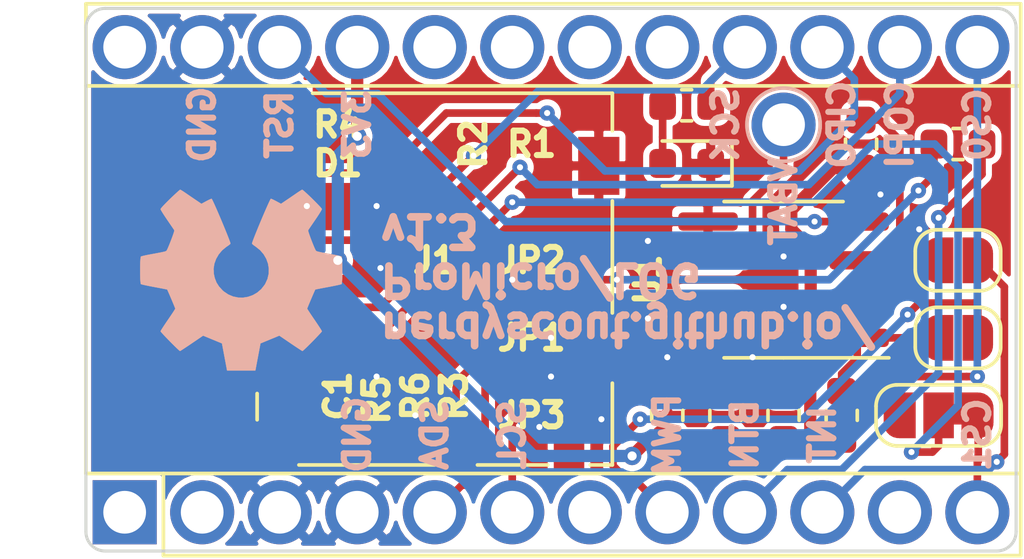
<source format=kicad_pcb>
(kicad_pcb (version 20240108) (generator "pcbnew") (generator_version "8.0")
  (title_block (title "LOG") (date "2020-11-21") (rev "v1.3") (company "nerdyscout"))
  (layers (0 "F.Cu" mixed) (31 "B.Cu" mixed) (34 "B.Paste" user) (35 "F.Paste" user) (36 "B.SilkS" user "B.Silkscreen") (37 "F.SilkS" user "F.Silkscreen") (38 "B.Mask" user) (39 "F.Mask" user) (44 "Edge.Cuts" user))
  (net 0 "")
  (net 1 "GND")
  (net 2 "+3V3")
  (net 3 "Net-(TP1-Pad1)")
  (net 4 "Net-(JP1-Pad1)")
  (net 5 "Net-(JP2-Pad1)")
  (net 6 "Net-(J1-Pad9)")
  (net 7 "Net-(D1-Pad2)")
  (net 8 "CS0")
  (net 9 "COPI")
  (net 10 "SDA")
  (net 11 "CIPO")
  (net 12 "SCL")
  (net 13 "SCK")
  (net 14 "PWM")
  (net 15 "BTN")
  (net 16 "INT")
  (net 17 "CS1")
  (net 18 "~{RST}")
  (net 19 "CS")
  (net 20 "Net-(A1-Pad1)")
  (net 21 "Net-(A1-Pad2)")
  (net 22 "Net-(A1-Pad7)")
  (net 23 "Net-(A1-Pad17)")
  (net 24 "Net-(A1-Pad18)")
  (net 25 "Net-(A1-Pad19)")
  (net 26 "Net-(A1-Pad20)")
  (net 27 "Net-(A1-Pad11)")
  (net 28 "Net-(A1-Pad24)")
  (net 29 "Net-(J1-Pad8)")
  (net 30 "Net-(J1-Pad1)")
  (footprint "Resistor_SMD:R_0603_1608Metric" (layer "F.Cu") (at 127.635 93.345 180)
    (property "Reference" "R4" (at 11.43 -0.635 180) (layer "F.SilkS") (effects (font (size 0.8 0.8) (thickness 0.2))))
    (property "Value" "1k" (hide yes))
    (fp_line (start -0.162779 0.51) (end 0.162779 0.51) (stroke (width 0.12)) (layer "F.SilkS"))
    (fp_line (start -0.162779 -0.51) (end 0.162779 -0.51) (stroke (width 0.12)) (layer "F.SilkS"))
    (pad "1" smd roundrect (at -0.7875 0 180) (size 0.875 0.95) (layers "F.Cu" "F.Paste" "F.Mask") (net 13 "SCK"))
    (pad "2" smd roundrect (at 0.7875 0 180) (size 0.875 0.95) (layers "F.Cu" "F.Paste" "F.Mask") (net 7 "Net-(D1-Pad2)"))
  )
  (footprint "LED_SMD:LED_0603_1608Metric" (layer "F.Cu") (at 127.635 95.25 180)
    (property "Reference" "D1" (at 11.43 0 180) (layer "F.SilkS") (effects (font (size 0.8 0.8) (thickness 0.2))))
    (property "Value" "LED" (hide yes))
    (fp_line (start 0.8 -0.735) (end -1.485 -0.735) (stroke (width 0.12)) (layer "F.SilkS"))
    (fp_line (start -1.485 0.735) (end 0.8 0.735) (stroke (width 0.12)) (layer "F.SilkS"))
    (fp_line (start -1.485 -0.735) (end -1.485 0.735) (stroke (width 0.12)) (layer "F.SilkS"))
    (pad "1" smd roundrect (at -0.7875 0 180) (size 0.875 0.95) (layers "F.Cu" "F.Paste" "F.Mask") (net 1 "GND"))
    (pad "2" smd roundrect (at 0.7875 0 180) (size 0.875 0.95) (layers "F.Cu" "F.Paste" "F.Mask") (net 7 "Net-(D1-Pad2)"))
  )
  (footprint "Connector_Card:microSD_HC_Molex_104031-0811" (layer "F.Cu") (at 119.38 99.06 90)
    (property "Reference" "J1" (at 0.635 0 0) (layer "F.SilkS") (effects (font (size 0.8 0.8) (thickness 0.2))))
    (property "Value" "Micro_SD_Card_Det" (hide yes))
    (fp_line (start -4.59 -5.82) (end -3.73 -5.82) (stroke (width 0.12)) (layer "F.SilkS"))
    (fp_line (start -6.07 -4.45) (end -6.07 0) (stroke (width 0.12)) (layer "F.SilkS"))
    (fp_line (start -6.07 1.4) (end -6.07 3.7) (stroke (width 0.12)) (layer "F.SilkS"))
    (fp_line (start -6.07 5.1) (end -6.07 5.82) (stroke (width 0.12)) (layer "F.SilkS"))
    (fp_line (start 6.11 5.82) (end 6.11 -4) (stroke (width 0.12)) (layer "F.SilkS"))
    (fp_line (start 4.88 5.82) (end 6.11 5.82) (stroke (width 0.12)) (layer "F.SilkS"))
    (fp_line (start -1.09 5.82) (end 2.58 5.82) (stroke (width 0.12)) (layer "F.SilkS"))
    (fp_line (start -6.07 5.82) (end -3.39 5.82) (stroke (width 0.12)) (layer "F.SilkS"))
    (pad "1" smd rect (at -3.105 -5.45 90) (size 0.85 1.1) (layers "F.Cu" "F.Paste" "F.Mask") (net 30 "Net-(J1-Pad1)"))
    (pad "2" smd rect (at -2.005 -5.45 90) (size 0.85 1.1) (layers "F.Cu" "F.Paste" "F.Mask") (net 19 "CS"))
    (pad "3" smd rect (at -0.905 -5.45 90) (size 0.85 1.1) (layers "F.Cu" "F.Paste" "F.Mask") (net 9 "COPI"))
    (pad "4" smd rect (at 0.195 -5.45 90) (size 0.85 1.1) (layers "F.Cu" "F.Paste" "F.Mask") (net 2 "+3V3"))
    (pad "5" smd rect (at 1.295 -5.45 90) (size 0.85 1.1) (layers "F.Cu" "F.Paste" "F.Mask") (net 13 "SCK"))
    (pad "6" smd rect (at 2.395 -5.45 90) (size 0.85 1.1) (layers "F.Cu" "F.Paste" "F.Mask") (net 1 "GND"))
    (pad "7" smd rect (at 3.495 -5.45 90) (size 0.85 1.1) (layers "F.Cu" "F.Paste" "F.Mask") (net 11 "CIPO"))
    (pad "8" smd rect (at 4.545 -5.45 90) (size 0.75 1.1) (layers "F.Cu" "F.Paste" "F.Mask") (net 29 "Net-(J1-Pad8)"))
    (pad "9" smd rect (at -5.74 0.7 90) (size 1.2 1) (layers "F.Cu" "F.Paste" "F.Mask") (net 6 "Net-(J1-Pad9)"))
    (pad "10" smd rect (at -5.74 4.4 90) (size 1.2 1) (layers "F.Cu" "F.Paste" "F.Mask") (net 1 "GND"))
    (pad "11" smd rect (at -5.565 -5.325 90) (size 1.55 1.35) (layers "F.Cu" "F.Paste" "F.Mask") (net 1 "GND"))
    (pad "11" smd rect (at -2.24 5.375 90) (size 1.9 1.35) (layers "F.Cu" "F.Paste" "F.Mask") (net 1 "GND"))
    (pad "11" smd rect (at 3.73 5.375 90) (size 1.9 1.35) (layers "F.Cu" "F.Paste" "F.Mask") (net 1 "GND"))
    (pad "11" smd rect (at 5.755 -5.1 90) (size 1.17 1.8) (layers "F.Cu" "F.Paste" "F.Mask") (net 1 "GND"))
  )
  (footprint "Package_SO:SOIC-8_3.9x4.9mm_P1.27mm" (layer "F.Cu") (at 130.81 99.06 180)
    (property "Reference" "U1" (at 4.445 0 -90) (layer "F.SilkS") (effects (font (size 0.8 0.8) (thickness 0.2))))
    (property "Value" "DS3231MZ" (hide yes))
    (fp_line (start 0 2.56) (end 1.95 2.56) (stroke (width 0.12)) (layer "F.SilkS"))
    (fp_line (start 0 2.56) (end -1.95 2.56) (stroke (width 0.12)) (layer "F.SilkS"))
    (fp_line (start 0 -2.56) (end 1.95 -2.56) (stroke (width 0.12)) (layer "F.SilkS"))
    (fp_line (start 0 -2.56) (end -3.45 -2.56) (stroke (width 0.12)) (layer "F.SilkS"))
    (pad "1" smd roundrect (at -2.475 -1.905 180) (size 1.95 0.6) (layers "F.Cu" "F.Paste" "F.Mask") (net 4 "Net-(JP1-Pad1)"))
    (pad "2" smd roundrect (at -2.475 -0.635 180) (size 1.95 0.6) (layers "F.Cu" "F.Paste" "F.Mask") (net 2 "+3V3"))
    (pad "3" smd roundrect (at -2.475 0.635 180) (size 1.95 0.6) (layers "F.Cu" "F.Paste" "F.Mask") (net 5 "Net-(JP2-Pad1)"))
    (pad "4" smd roundrect (at -2.475 1.905 180) (size 1.95 0.6) (layers "F.Cu" "F.Paste" "F.Mask") (net 18 "~{RST}"))
    (pad "5" smd roundrect (at 2.475 1.905 180) (size 1.95 0.6) (layers "F.Cu" "F.Paste" "F.Mask") (net 1 "GND"))
    (pad "6" smd roundrect (at 2.475 0.635 180) (size 1.95 0.6) (layers "F.Cu" "F.Paste" "F.Mask") (net 3 "Net-(TP1-Pad1)"))
    (pad "7" smd roundrect (at 2.475 -0.635 180) (size 1.95 0.6) (layers "F.Cu" "F.Paste" "F.Mask") (net 10 "SDA"))
    (pad "8" smd roundrect (at 2.475 -1.905 180) (size 1.95 0.6) (layers "F.Cu" "F.Paste" "F.Mask") (net 12 "SCL"))
  )
  (footprint "Jumper:SolderJumper-3_P1.3mm_Bridged12_RoundedPad1.0x1.5mm_NumberLabels" (layer "F.Cu") (at 135.89 103.505 180)
    (property "Reference" "JP3" (at 13.335 0 180) (layer "F.SilkS") (effects (font (size 0.8 0.8) (thickness 0.2))))
    (property "Value" "SolderJumper_3_Bridged12" (hide yes))
    (fp_poly (pts (xy -0.9 -0.3) (xy -0.4 -0.3) (xy -0.4 0.3) (xy -0.9 0.3)) (fill solid) (layer "F.Cu"))
    (fp_line (start 2.05 -0.3) (end 2.05 0.3) (stroke (width 0.12)) (layer "F.SilkS"))
    (fp_line (start 1.4 1) (end -1.4 1) (stroke (width 0.12)) (layer "F.SilkS"))
    (fp_line (start -1.4 -1) (end 1.4 -1) (stroke (width 0.12)) (layer "F.SilkS"))
    (fp_line (start -2.05 0.3) (end -2.05 -0.3) (stroke (width 0.12)) (layer "F.SilkS"))
    (fp_arc (start 2.05 0.3) (mid 1.844975 0.794975) (end 1.35 1) (stroke (width 0.12)) (layer "F.SilkS"))
    (fp_arc (start 1.35 -1) (mid 1.844975 -0.794975) (end 2.05 -0.3) (stroke (width 0.12)) (layer "F.SilkS"))
    (fp_arc (start -1.35 1) (mid -1.844975 0.794975) (end -2.05 0.3) (stroke (width 0.12)) (layer "F.SilkS"))
    (fp_arc (start -2.05 -0.3) (mid -1.844975 -0.794975) (end -1.35 -1) (stroke (width 0.12)) (layer "F.SilkS"))
    (pad "1" smd custom (at -1.3 0 180) (size 1 0.5) (layers "F.Cu" "F.Mask") (net 17 "CS1") (options (clearance outline) (anchor rect)) (primitives (gr_poly (pts (xy 0.55 -0.75) (xy 0 -0.75) (xy 0 0.75) (xy 0.55 0.75)) (width 0) (fill yes)) (gr_circle (center 0 0.25) (end 0.5 0.25) (width 0) (fill yes)) (gr_circle (center 0 -0.25) (end 0.5 -0.25) (width 0) (fill yes))))
    (pad "2" smd rect (at 0 0 180) (size 1 1.5) (layers "F.Cu" "F.Mask") (net 19 "CS"))
    (pad "3" smd custom (at 1.3 0 180) (size 1 0.5) (layers "F.Cu" "F.Mask") (net 8 "CS0") (options (clearance outline) (anchor rect)) (primitives (gr_circle (center 0 0.25) (end 0.5 0.25) (width 0) (fill yes)) (gr_circle (center 0 -0.25) (end 0.5 -0.25) (width 0) (fill yes)) (gr_poly (pts (xy -0.55 -0.75) (xy 0 -0.75) (xy 0 0.75) (xy -0.55 0.75)) (width 0) (fill yes))))
  )
  (footprint "Jumper:SolderJumper-2_P1.3mm_Open_RoundedPad1.0x1.5mm" (layer "F.Cu") (at 136.525 98.425)
    (property "Reference" "JP2" (at -13.97 0 180) (layer "F.SilkS") (effects (font (size 0.8 0.8) (thickness 0.2))))
    (property "Value" "Jumper_NO_Small" (hide yes))
    (fp_line (start -1.4 0.3) (end -1.4 -0.3) (stroke (width 0.12)) (layer "F.SilkS"))
    (fp_line (start -0.7 -1) (end 0.7 -1) (stroke (width 0.12)) (layer "F.SilkS"))
    (fp_line (start 0.7 1) (end -0.7 1) (stroke (width 0.12)) (layer "F.SilkS"))
    (fp_line (start 1.4 -0.3) (end 1.4 0.3) (stroke (width 0.12)) (layer "F.SilkS"))
    (fp_arc (start -1.4 -0.3) (mid -1.194975 -0.794975) (end -0.7 -1) (stroke (width 0.12)) (layer "F.SilkS"))
    (fp_arc (start -0.7 1) (mid -1.194975 0.794975) (end -1.4 0.3) (stroke (width 0.12)) (layer "F.SilkS"))
    (fp_arc (start 0.7 -1) (mid 1.194975 -0.794975) (end 1.4 -0.3) (stroke (width 0.12)) (layer "F.SilkS"))
    (fp_arc (start 1.4 0.3) (mid 1.194975 0.794975) (end 0.7 1) (stroke (width 0.12)) (layer "F.SilkS"))
    (pad "1" smd custom (at -0.65 0) (size 1 0.5) (layers "F.Cu" "F.Mask") (net 5 "Net-(JP2-Pad1)") (options (clearance outline) (anchor rect)) (primitives (gr_circle (center 0 0.25) (end 0.5 0.25) (width 0) (fill yes)) (gr_circle (center 0 -0.25) (end 0.5 -0.25) (width 0) (fill yes)) (gr_poly (pts (xy 0 -0.75) (xy 0.5 -0.75) (xy 0.5 0.75) (xy 0 0.75)) (width 0) (fill yes))))
    (pad "2" smd custom (at 0.65 0) (size 1 0.5) (layers "F.Cu" "F.Mask") (net 16 "INT") (options (clearance outline) (anchor rect)) (primitives (gr_circle (center 0 0.25) (end 0.5 0.25) (width 0) (fill yes)) (gr_circle (center 0 -0.25) (end 0.5 -0.25) (width 0) (fill yes)) (gr_poly (pts (xy 0 -0.75) (xy -0.5 -0.75) (xy -0.5 0.75) (xy 0 0.75)) (width 0) (fill yes))))
  )
  (footprint "Jumper:SolderJumper-2_P1.3mm_Open_RoundedPad1.0x1.5mm" (layer "F.Cu") (at 136.525 100.965)
    (property "Reference" "JP1" (at -13.97 0 180) (layer "F.SilkS") (effects (font (size 0.8 0.8) (thickness 0.2))))
    (property "Value" "Jumper_NO_Small" (hide yes))
    (fp_line (start -1.4 0.3) (end -1.4 -0.3) (stroke (width 0.12)) (layer "F.SilkS"))
    (fp_line (start -0.7 -1) (end 0.7 -1) (stroke (width 0.12)) (layer "F.SilkS"))
    (fp_line (start 0.7 1) (end -0.7 1) (stroke (width 0.12)) (layer "F.SilkS"))
    (fp_line (start 1.4 -0.3) (end 1.4 0.3) (stroke (width 0.12)) (layer "F.SilkS"))
    (fp_arc (start -1.4 -0.3) (mid -1.194975 -0.794975) (end -0.7 -1) (stroke (width 0.12)) (layer "F.SilkS"))
    (fp_arc (start -0.7 1) (mid -1.194975 0.794975) (end -1.4 0.3) (stroke (width 0.12)) (layer "F.SilkS"))
    (fp_arc (start 0.7 -1) (mid 1.194975 -0.794975) (end 1.4 -0.3) (stroke (width 0.12)) (layer "F.SilkS"))
    (fp_arc (start 1.4 0.3) (mid 1.194975 0.794975) (end 0.7 1) (stroke (width 0.12)) (layer "F.SilkS"))
    (pad "1" smd custom (at -0.65 0) (size 1 0.5) (layers "F.Cu" "F.Mask") (net 4 "Net-(JP1-Pad1)") (options (clearance outline) (anchor rect)) (primitives (gr_circle (center 0 0.25) (end 0.5 0.25) (width 0) (fill yes)) (gr_circle (center 0 -0.25) (end 0.5 -0.25) (width 0) (fill yes)) (gr_poly (pts (xy 0 -0.75) (xy 0.5 -0.75) (xy 0.5 0.75) (xy 0 0.75)) (width 0) (fill yes))))
    (pad "2" smd custom (at 0.65 0) (size 1 0.5) (layers "F.Cu" "F.Mask") (net 14 "PWM") (options (clearance outline) (anchor rect)) (primitives (gr_circle (center 0 0.25) (end 0.5 0.25) (width 0) (fill yes)) (gr_circle (center 0 -0.25) (end 0.5 -0.25) (width 0) (fill yes)) (gr_poly (pts (xy 0 -0.75) (xy -0.5 -0.75) (xy -0.5 0.75) (xy 0 0.75)) (width 0) (fill yes))))
  )
  (footprint "Resistor_SMD:R_0603_1608Metric" (layer "F.Cu") (at 133.35 94.615 90)
    (property "Reference" "R2" (at 0 -12.7 90) (layer "F.SilkS") (effects (font (size 0.8 0.8) (thickness 0.2))))
    (property "Value" "4k7" (hide yes))
    (fp_line (start -0.162779 -0.51) (end 0.162779 -0.51) (stroke (width 0.12)) (layer "F.SilkS"))
    (fp_line (start -0.162779 0.51) (end 0.162779 0.51) (stroke (width 0.12)) (layer "F.SilkS"))
    (pad "1" smd roundrect (at -0.7875 0 90) (size 0.875 0.95) (layers "F.Cu" "F.Paste" "F.Mask") (net 2 "+3V3"))
    (pad "2" smd roundrect (at 0.7875 0 90) (size 0.875 0.95) (layers "F.Cu" "F.Paste" "F.Mask") (net 5 "Net-(JP2-Pad1)"))
  )
  (footprint "Resistor_SMD:R_0603_1608Metric" (layer "F.Cu") (at 132.715 103.505 90)
    (property "Reference" "R3" (at 0.635 -12.7 90) (layer "F.SilkS") (effects (font (size 0.8 0.8) (thickness 0.2))))
    (property "Value" "4k7" (hide yes))
    (fp_line (start -0.162779 -0.51) (end 0.162779 -0.51) (stroke (width 0.12)) (layer "F.SilkS"))
    (fp_line (start -0.162779 0.51) (end 0.162779 0.51) (stroke (width 0.12)) (layer "F.SilkS"))
    (pad "1" smd roundrect (at -0.7875 0 90) (size 0.875 0.95) (layers "F.Cu" "F.Paste" "F.Mask") (net 2 "+3V3"))
    (pad "2" smd roundrect (at 0.7875 0 90) (size 0.875 0.95) (layers "F.Cu" "F.Paste" "F.Mask") (net 4 "Net-(JP1-Pad1)"))
  )
  (footprint "Resistor_SMD:R_0603_1608Metric" (layer "F.Cu") (at 130.81 103.505 90)
    (property "Reference" "R6" (at 0.635 -12.065 90) (layer "F.SilkS") (effects (font (size 0.8 0.8) (thickness 0.2))))
    (property "Value" "4k7" (hide yes))
    (fp_line (start -0.162779 -0.51) (end 0.162779 -0.51) (stroke (width 0.12)) (layer "F.SilkS"))
    (fp_line (start -0.162779 0.51) (end 0.162779 0.51) (stroke (width 0.12)) (layer "F.SilkS"))
    (pad "1" smd roundrect (at -0.7875 0 90) (size 0.875 0.95) (layers "F.Cu" "F.Paste" "F.Mask") (net 2 "+3V3"))
    (pad "2" smd roundrect (at 0.7875 0 90) (size 0.875 0.95) (layers "F.Cu" "F.Paste" "F.Mask") (net 10 "SDA"))
  )
  (footprint "Resistor_SMD:R_0603_1608Metric" (layer "F.Cu") (at 136.525 94.615)
    (property "Reference" "R1" (at -13.97 0 180) (layer "F.SilkS") (effects (font (size 0.8 0.8) (thickness 0.2))))
    (property "Value" "4k7" (hide yes))
    (fp_line (start -0.162779 -0.51) (end 0.162779 -0.51) (stroke (width 0.12)) (layer "F.SilkS"))
    (fp_line (start -0.162779 0.51) (end 0.162779 0.51) (stroke (width 0.12)) (layer "F.SilkS"))
    (pad "1" smd roundrect (at -0.7875 0) (size 0.875 0.95) (layers "F.Cu" "F.Paste" "F.Mask") (net 6 "Net-(J1-Pad9)"))
    (pad "2" smd roundrect (at 0.7875 0) (size 0.875 0.95) (layers "F.Cu" "F.Paste" "F.Mask") (net 15 "BTN"))
  )
  (footprint "Module:Sparkfun_Pro_Micro" (layer "F.Cu") (at 109.22 106.68 90)
    (property "Reference" "A1" (hide yes))
    (property "Value" "Sparkfun_Pro_Micro")
    (fp_line (start 16.66 -1.27) (end 1.27 -1.27) (stroke (width 0.12)) (layer "F.SilkS"))
    (fp_line (start 13.97 -1.27) (end 13.97 29.36) (stroke (width 0.12)) (layer "F.SilkS"))
    (fp_line (start 1.27 -1.27) (end 1.27 29.36) (stroke (width 0.12)) (layer "F.SilkS"))
    (fp_line (start 1.27 1.27) (end -1.42 1.27) (stroke (width 0.12)) (layer "F.SilkS"))
    (fp_line (start -1.42 1.27) (end -1.42 29.36) (stroke (width 0.12)) (layer "F.SilkS"))
    (fp_line (start 16.66 29.36) (end 16.66 -1.27) (stroke (width 0.12)) (layer "F.SilkS"))
    (fp_line (start -1.42 29.36) (end 16.66 29.36) (stroke (width 0.12)) (layer "F.SilkS"))
    (pad "1" thru_hole rect (at 0 0 90) (size 2.1 2.1) (drill 1.4) (layers "*.Cu" "*.Mask") (net 20 "Net-(A1-Pad1)"))
    (pad "2" thru_hole circle (at 0 2.54 90) (size 2.1 2.1) (drill 1.4) (layers "*.Cu" "*.Mask") (net 21 "Net-(A1-Pad2)"))
    (pad "3" thru_hole circle (at 0 5.08 90) (size 2.1 2.1) (drill 1.4) (layers "*.Cu" "*.Mask") (net 1 "GND"))
    (pad "4" thru_hole circle (at 0 7.62 90) (size 2.1 2.1) (drill 1.4) (layers "*.Cu" "*.Mask") (net 1 "GND"))
    (pad "5" thru_hole circle (at 0 10.16 90) (size 2.1 2.1) (drill 1.4) (layers "*.Cu" "*.Mask") (net 10 "SDA"))
    (pad "6" thru_hole circle (at 0 12.7 90) (size 2.1 2.1) (drill 1.4) (layers "*.Cu" "*.Mask") (net 12 "SCL"))
    (pad "7" thru_hole circle (at 0 15.24 90) (size 2.1 2.1) (drill 1.4) (layers "*.Cu" "*.Mask") (net 22 "Net-(A1-Pad7)"))
    (pad "8" thru_hole circle (at 0 17.78 90) (size 2.1 2.1) (drill 1.4) (layers "*.Cu" "*.Mask") (net 14 "PWM"))
    (pad "9" thru_hole circle (at 0 20.32 90) (size 2.1 2.1) (drill 1.4) (layers "*.Cu" "*.Mask") (net 15 "BTN"))
    (pad "10" thru_hole circle (at 0 22.86 90) (size 2.1 2.1) (drill 1.4) (layers "*.Cu" "*.Mask") (net 16 "INT"))
    (pad "11" thru_hole circle (at 0 25.4 90) (size 2.1 2.1) (drill 1.4) (layers "*.Cu" "*.Mask") (net 27 "Net-(A1-Pad11)"))
    (pad "12" thru_hole circle (at 0 27.94 90) (size 2.1 2.1) (drill 1.4) (layers "*.Cu" "*.Mask") (net 17 "CS1"))
    (pad "13" thru_hole circle (at 15.24 27.94 90) (size 2.1 2.1) (drill 1.4) (layers "*.Cu" "*.Mask") (net 8 "CS0"))
    (pad "14" thru_hole circle (at 15.24 25.4 90) (size 2.1 2.1) (drill 1.4) (layers "*.Cu" "*.Mask") (net 9 "COPI"))
    (pad "15" thru_hole circle (at 15.24 22.86 90) (size 2.1 2.1) (drill 1.4) (layers "*.Cu" "*.Mask") (net 11 "CIPO"))
    (pad "16" thru_hole circle (at 15.24 20.32 90) (size 2.1 2.1) (drill 1.4) (layers "*.Cu" "*.Mask") (net 13 "SCK"))
    (pad "17" thru_hole circle (at 15.24 17.78 90) (size 2.1 2.1) (drill 1.4) (layers "*.Cu" "*.Mask") (net 23 "Net-(A1-Pad17)"))
    (pad "18" thru_hole circle (at 15.24 15.24 90) (size 2.1 2.1) (drill 1.4) (layers "*.Cu" "*.Mask") (net 24 "Net-(A1-Pad18)"))
    (pad "19" thru_hole circle (at 15.24 12.7 90) (size 2.1 2.1) (drill 1.4) (layers "*.Cu" "*.Mask") (net 25 "Net-(A1-Pad19)"))
    (pad "20" thru_hole circle (at 15.24 10.16 90) (size 2.1 2.1) (drill 1.4) (layers "*.Cu" "*.Mask") (net 26 "Net-(A1-Pad20)"))
    (pad "21" thru_hole circle (at 15.24 7.62 90) (size 2.1 2.1) (drill 1.4) (layers "*.Cu" "*.Mask") (net 2 "+3V3"))
    (pad "22" thru_hole circle (at 15.24 5.08 90) (size 2.1 2.1) (drill 1.4) (layers "*.Cu" "*.Mask") (net 18 "~{RST}"))
    (pad "23" thru_hole circle (at 15.24 2.54 90) (size 2.1 2.1) (drill 1.4) (layers "*.Cu" "*.Mask") (net 1 "GND"))
    (pad "24" thru_hole circle (at 15.24 0 90) (size 2.1 2.1) (drill 1.4) (layers "*.Cu" "*.Mask") (net 28 "Net-(A1-Pad24)"))
  )
  (footprint "Capacitor_SMD:C_0603_1608Metric" (layer "F.Cu") (at 127 103.505 90)
    (property "Reference" "C1" (at 0.635 -10.795 -90) (layer "F.SilkS") (effects (font (size 0.8 0.8) (thickness 0.2))))
    (property "Value" "100n" (hide yes))
    (fp_line (start -0.162779 -0.51) (end 0.162779 -0.51) (stroke (width 0.12)) (layer "F.SilkS"))
    (fp_line (start -0.162779 0.51) (end 0.162779 0.51) (stroke (width 0.12)) (layer "F.SilkS"))
    (pad "1" smd roundrect (at -0.7875 0 90) (size 0.875 0.95) (layers "F.Cu" "F.Paste" "F.Mask") (net 2 "+3V3"))
    (pad "2" smd roundrect (at 0.7875 0 90) (size 0.875 0.95) (layers "F.Cu" "F.Paste" "F.Mask") (net 1 "GND"))
  )
  (footprint "Resistor_SMD:R_0603_1608Metric" (layer "F.Cu") (at 128.905 103.505 90)
    (property "Reference" "R5" (at 0.508 -11.43 90) (layer "F.SilkS") (effects (font (size 0.8 0.8) (thickness 0.2))))
    (property "Value" "4k7" (hide yes))
    (fp_line (start -0.162779 -0.51) (end 0.162779 -0.51) (stroke (width 0.12)) (layer "F.SilkS"))
    (fp_line (start -0.162779 0.51) (end 0.162779 0.51) (stroke (width 0.12)) (layer "F.SilkS"))
    (pad "1" smd roundrect (at -0.7875 0 90) (size 0.875 0.95) (layers "F.Cu" "F.Paste" "F.Mask") (net 2 "+3V3"))
    (pad "2" smd roundrect (at 0.7875 0 90) (size 0.875 0.95) (layers "F.Cu" "F.Paste" "F.Mask") (net 12 "SCL"))
  )
  (footprint "TestPoint:TestPoint_THTPad_D2.0mm_Drill1.0mm" (layer "B.Cu") (at 130.81 93.98 90)
    (property "Reference" "TP1" (hide yes))
    (property "Value" "VBAT")
    (fp_circle (center 0 0) (end 0 -1.2) (stroke (width 0.12)) (fill none) (layer "B.SilkS"))
    (pad "1" thru_hole circle (at 0 0 90) (size 2.1 2.1) (drill 1.4) (layers "*.Cu" "*.Mask") (net 3 "Net-(TP1-Pad1)"))
  )
  (footprint "Symbol:OSHW-Symbol_6.7x6mm_SilkScreen" (layer "B.Cu") (at 113.03 99.06)
    (property "Reference" "LOGO1" (hide yes))
    (property "Value" "Logo_Open_Hardware_Small" (hide yes))
    (fp_poly (pts (xy 0.555814 2.531069) (xy 0.639635 2.086445) (xy 0.94892 1.958947) (xy 1.258206 1.831449) (xy 1.629246 2.083754) (xy 1.733157 2.154004) (xy 1.827087 2.216728) (xy 1.906652 2.269062) (xy 1.96747 2.308143) (xy 2.005157 2.331107) (xy 2.015421 2.336058) (xy 2.03391 2.323324) (xy 2.07342 2.288118) (xy 2.129522 2.234938) (xy 2.197787 2.168282) (xy 2.273786 2.092646) (xy 2.353092 2.012528) (xy 2.431275 1.932426) (xy 2.503907 1.856836) (xy 2.566559 1.790255) (xy 2.614803 1.737182) (xy 2.64421 1.702113) (xy 2.651241 1.690377) (xy 2.641123 1.66874) (xy 2.612759 1.621338) (xy 2.569129 1.552807) (xy 2.513218 1.467785) (xy 2.448006 1.370907) (xy 2.410219 1.31565) (xy 2.341343 1.214752) (xy 2.28014 1.123701) (xy 2.229578 1.04703) (xy 2.192628 0.989272) (xy 2.172258 0.954957) (xy 2.169197 0.947746) (xy 2.176136 0.927252) (xy 2.195051 0.879487) (xy 2.223087 0.811168) (xy 2.257391 0.729011) (xy 2.295109 0.63973) (xy 2.333387 0.550042) (xy 2.36937 0.466662) (xy 2.400206 0.396306) (xy 2.423039 0.34569) (xy 2.435017 0.321529) (xy 2.435724 0.320578) (xy 2.454531 0.315964) (xy 2.504618 0.305672) (xy 2.580793 0.290713) (xy 2.677865 0.272099) (xy 2.790643 0.250841) (xy 2.856442 0.238582) (xy 2.97695 0.215638) (xy 3.085797 0.193805) (xy 3.177476 0.174278) (xy 3.246481 0.158252) (xy 3.287304 0.146921) (xy 3.295511 0.143326) (xy 3.303548 0.118994) (xy 3.310033 0.064041) (xy 3.31497 -0.015108) (xy 3.318364 -0.112026) (xy 3.320218 -0.220287) (xy 3.320538 -0.333465) (xy 3.319327 -0.445135) (xy 3.31659 -0.548868) (xy 3.312331 -0.638241) (xy 3.306555 -0.706826) (xy 3.299267 -0.748197) (xy 3.294895 -0.75681) (xy 3.268764 -0.767133) (xy 3.213393 -0.781892) (xy 3.136107 -0.799352) (xy 3.04423 -0.81778) (xy 3.012158 -0.823741) (xy 2.857524 -0.852066) (xy 2.735375 -0.874876) (xy 2.641673 -0.89308) (xy 2.572384 -0.907583) (xy 2.523471 -0.919292) (xy 2.490897 -0.929115) (xy 2.470628 -0.937956) (xy 2.458626 -0.946724) (xy 2.456947 -0.948457) (xy 2.440184 -0.976371) (xy 2.414614 -1.030695) (xy 2.382788 -1.104777) (xy 2.34726 -1.191965) (xy 2.310583 -1.285608) (xy 2.275311 -1.379052) (xy 2.243996 -1.465647) (xy 2.219193 -1.53874) (xy 2.203454 -1.591678) (xy 2.199332 -1.617811) (xy 2.199676 -1.618726) (xy 2.213641 -1.640086) (xy 2.245322 -1.687084) (xy 2.291391 -1.754827) (xy 2.348518 -1.838423) (xy 2.413373 -1.932982) (xy 2.431843 -1.959854) (xy 2.497699 -2.057275) (xy 2.55565 -2.146163) (xy 2.602538 -2.221412) (xy 2.635207 -2.27792) (xy 2.6505 -2.310581) (xy 2.651241 -2.314593) (xy 2.638392 -2.335684) (xy 2.602888 -2.377464) (xy 2.549293 -2.435445) (xy 2.482171 -2.505135) (xy 2.406087 -2.582045) (xy 2.325604 -2.661683) (xy 2.245287 -2.739561) (xy 2.169699 -2.811186) (xy 2.103405 -2.87207) (xy 2.050969 -2.917721) (xy 2.016955 -2.94365) (xy 2.007545 -2.947883) (xy 1.985643 -2.937912) (xy 1.9408 -2.91102) (xy 1.880321 -2.871736) (xy 1.833789 -2.840117) (xy 1.749475 -2.782098) (xy 1.649626 -2.713784) (xy 1.549473 -2.645579) (xy 1.495627 -2.609075) (xy 1.313371 -2.4858) (xy 1.160381 -2.56852) (xy 1.090682 -2.604759) (xy 1.031414 -2.632926) (xy 0.991311 -2.648991) (xy 0.981103 -2.651226) (xy 0.968829 -2.634722) (xy 0.944613 -2.588082) (xy 0.910263 -2.515609) (xy 0.867588 -2.421606) (xy 0.818394 -2.310374) (xy 0.76449 -2.186215) (xy 0.707684 -2.053432) (xy 0.649782 -1.916327) (xy 0.592593 -1.779202) (xy 0.537924 -1.646358) (xy 0.487584 -1.522098) (xy 0.44338 -1.410725) (xy 0.407119 -1.316539) (xy 0.380609 -1.243844) (xy 0.365658 -1.196941) (xy 0.363254 -1.180833) (xy 0.382311 -1.160286) (xy 0.424036 -1.126933) (xy 0.479706 -1.087702) (xy 0.484378 -1.084599) (xy 0.628264 -0.969423) (xy 0.744283 -0.835053) (xy 0.83143 -0.685784) (xy 0.888699 -0.525913) (xy 0.915086 -0.359737) (xy 0.909585 -0.191552) (xy 0.87119 -0.025655) (xy 0.798895 0.133658) (xy 0.777626 0.168513) (xy 0.666996 0.309263) (xy 0.536302 0.422286) (xy 0.390064 0.506997) (xy 0.232808 0.562806) (xy 0.069057 0.589126) (xy -0.096667 0.58537) (xy -0.259838 0.55095) (xy -0.415935 0.485277) (xy -0.560433 0.387765) (xy -0.605131 0.348187) (xy -0.718888 0.224297) (xy -0.801782 0.093876) (xy -0.858644 -0.052315) (xy -0.890313 -0.197088) (xy -0.898131 -0.35986) (xy -0.872062 -0.52344) (xy -0.814755 -0.682298) (xy -0.728856 -0.830906) (xy -0.617014 -0.963735) (xy -0.481877 -1.075256) (xy -0.464117 -1.087011) (xy -0.40785 -1.125508) (xy -0.365077 -1.158863) (xy -0.344628 -1.18016) (xy -0.344331 -1.180833) (xy -0.348721 -1.203871) (xy -0.366124 -1.256157) (xy -0.394732 -1.33339) (xy -0.432735 -1.431268) (xy -0.478326 -1.545491) (xy -0.529697 -1.671758) (xy -0.585038 -1.805767) (xy -0.642542 -1.943218) (xy -0.700399 -2.079808) (xy -0.756802 -2.211237) (xy -0.809942 -2.333205) (xy -0.85801 -2.441409) (xy -0.899199 -2.531549) (xy -0.931699 -2.599323) (xy -0.953703 -2.64043) (xy -0.962564 -2.651226) (xy -0.98964 -2.642819) (xy -1.040303 -2.620272) (xy -1.105817 -2.587613) (xy -1.141841 -2.56852) (xy -1.294832 -2.4858) (xy -1.477088 -2.609075) (xy -1.570125 -2.672228) (xy -1.671985 -2.741727) (xy -1.767438 -2.807165) (xy -1.81525 -2.840117) (xy -1.882495 -2.885273) (xy -1.939436 -2.921057) (xy -1.978646 -2.942938) (xy -1.991381 -2.947563) (xy -2.009917 -2.935085) (xy -2.050941 -2.900252) (xy -2.110475 -2.846678) (xy -2.184542 -2.777983) (xy -2.269165 -2.697781) (xy -2.322685 -2.646286) (xy -2.416319 -2.554286) (xy -2.497241 -2.471999) (xy -2.562177 -2.402945) (xy -2.607858 -2.350644) (xy -2.631011 -2.318616) (xy -2.633232 -2.312116) (xy -2.622924 -2.287394) (xy -2.594439 -2.237405) (xy -2.550937 -2.167212) (xy -2.495577 -2.081875) (xy -2.43152 -1.986456) (xy -2.413303 -1.959854) (xy -2.346927 -1.863167) (xy -2.287378 -1.776117) (xy -2.237984 -1.703595) (xy -2.202075 -1.650493) (xy -2.182981 -1.621703) (xy -2.181136 -1.618726) (xy -2.183895 -1.595782) (xy -2.198538 -1.545336) (xy -2.222513 -1.474041) (xy -2.253266 -1.388547) (xy -2.288244 -1.295507) (xy -2.324893 -1.201574) (xy -2.360661 -1.113399) (xy -2.392994 -1.037634) (xy -2.419338 -0.980931) (xy -2.437142 -0.949943) (xy -2.438407 -0.948457) (xy -2.449294 -0.939601) (xy -2.467682 -0.930843) (xy -2.497606 -0.921277) (xy -2.543103 -0.909996) (xy -2.608209 -0.896093) (xy -2.696961 -0.878663) (xy -2.813393 -0.856798) (xy -2.961542 -0.829591) (xy -2.993618 -0.823741) (xy -3.088686 -0.805374) (xy -3.171565 -0.787405) (xy -3.23493 -0.771569) (xy -3.271458 -0.7596) (xy -3.276356 -0.75681) (xy -3.284427 -0.732072) (xy -3.290987 -0.67679) (xy -3.296033 -0.597389) (xy -3.299559 -0.500296) (xy -3.301561 -0.391938) (xy -3.302036 -0.27874) (xy -3.300977 -0.167128) (xy -3.298382 -0.063529) (xy -3.294246 0.025632) (xy -3.288563 0.093928) (xy -3.281331 0.134934) (xy -3.276971 0.143326) (xy -3.252698 0.151792) (xy -3.197426 0.165565) (xy -3.116662 0.18345) (xy -3.015912 0.204252) (xy -2.900683 0.226777) (xy -2.837902 0.238582) (xy -2.718787 0.260849) (xy -2.612565 0.281021) (xy -2.524427 0.298085) (xy -2.459566 0.311031) (xy -2.423174 0.318845) (xy -2.417184 0.320578) (xy -2.407061 0.34011) (xy -2.385662 0.387157) (xy -2.355839 0.454997) (xy -2.320445 0.536909) (xy -2.282332 0.626172) (xy -2.244353 0.716065) (xy -2.20936 0.799865) (xy -2.180206 0.870853) (xy -2.159743 0.922306) (xy -2.150823 0.947503) (xy -2.150657 0.948604) (xy -2.160769 0.968481) (xy -2.189117 1.014223) (xy -2.232723 1.081283) (xy -2.288606 1.165116) (xy -2.353787 1.261174) (xy -2.391679 1.31635) (xy -2.460725 1.417519) (xy -2.52205 1.50937) (xy -2.572663 1.587256) (xy -2.609571 1.646531) (xy -2.629782 1.682549) (xy -2.632701 1.690623) (xy -2.620153 1.709416) (xy -2.585463 1.749543) (xy -2.533063 1.806507) (xy -2.467384 1.875815) (xy -2.392856 1.952969) (xy -2.313913 2.033475) (xy -2.234983 2.112837) (xy -2.1605 2.18656) (xy -2.094894 2.250148) (xy -2.042596 2.299106) (xy -2.008039 2.328939) (xy -1.996478 2.336058) (xy -1.977654 2.326047) (xy -1.932631 2.297922) (xy -1.865787 2.254546) (xy -1.781499 2.198782) (xy -1.684144 2.133494) (xy -1.610707 2.083754) (xy -1.239667 1.831449) (xy -0.621095 2.086445) (xy -0.537275 2.531069) (xy -0.453454 2.975693) (xy 0.471994 2.975693) (xy 0.555814 2.531069)) (stroke (width 0.01)) (fill solid) (layer "B.SilkS"))
  )
  (gr_line (start 138.43 107.315) (end 138.43 90.805) (stroke (width 0.1)) (layer "Edge.Cuts"))
  (gr_arc (start 138.43 107.315) (mid 138.244013 107.764013) (end 137.795 107.95) (stroke (width 0.1)) (layer "Edge.Cuts"))
  (gr_arc (start 137.795 90.17) (mid 138.244013 90.355987) (end 138.43 90.805) (stroke (width 0.1)) (layer "Edge.Cuts"))
  (gr_arc (start 107.95 90.805) (mid 108.135987 90.355987) (end 108.585 90.17) (stroke (width 0.1)) (layer "Edge.Cuts"))
  (gr_arc (start 108.585 107.95) (mid 108.135987 107.764013) (end 107.95 107.315) (stroke (width 0.1)) (layer "Edge.Cuts"))
  (gr_line (start 137.795 90.17) (end 108.585 90.17) (stroke (width 0.1)) (layer "Edge.Cuts"))
  (gr_line (start 107.95 90.805) (end 107.95 107.315) (stroke (width 0.1)) (layer "Edge.Cuts"))
  (gr_line (start 108.585 107.95) (end 137.795 107.95) (stroke (width 0.1)) (layer "Edge.Cuts"))
  (gr_text "RST" (at 114.3 93.98 90) (layer "B.SilkS") (effects (font (size 0.8 0.8) (thickness 0.2)) (justify mirror)))
  (gr_text "3V3" (at 116.84 93.98 90) (layer "B.SilkS") (effects (font (size 0.8 0.8) (thickness 0.2)) (justify mirror)))
  (gr_text "SCK" (at 128.905 93.98 90) (layer "B.SilkS") (effects (font (size 0.8 0.8) (thickness 0.2)) (justify mirror)))
  (gr_text "CIPO" (at 132.715 93.98 90) (layer "B.SilkS") (effects (font (size 0.8 0.8) (thickness 0.2)) (justify mirror)))
  (gr_text "COPI" (at 134.62 93.98 90) (layer "B.SilkS") (effects (font (size 0.8 0.8) (thickness 0.2)) (justify mirror)))
  (gr_text "CS0" (at 137.16 93.98 90) (layer "B.SilkS") (effects (font (size 0.8 0.8) (thickness 0.2)) (justify mirror)))
  (gr_text "CS1" (at 137.16 104.14 90) (layer "B.SilkS") (effects (font (size 0.8 0.8) (thickness 0.2)) (justify mirror)))
  (gr_text "INT" (at 132.08 104.14 90) (layer "B.SilkS") (effects (font (size 0.8 0.8) (thickness 0.2)) (justify mirror)))
  (gr_text "BTN" (at 129.54 104.14 90) (layer "B.SilkS") (effects (font (size 0.8 0.8) (thickness 0.2)) (justify mirror)))
  (gr_text "PWM" (at 127 104.14 90) (layer "B.SilkS") (effects (font (size 0.8 0.8) (thickness 0.2)) (justify mirror)))
  (gr_text "SCL" (at 121.92 104.14 90) (layer "B.SilkS") (effects (font (size 0.8 0.8) (thickness 0.2)) (justify mirror)))
  (gr_text "SDA" (at 119.38 104.14 90) (layer "B.SilkS") (effects (font (size 0.8 0.8) (thickness 0.2)) (justify mirror)))
  (gr_text "GND" (at 116.84 104.14 90) (layer "B.SilkS") (effects (font (size 0.8 0.8) (thickness 0.2)) (justify mirror)))
  (gr_text "VBAT" (at 130.81 96.52 90) (layer "B.SilkS") (effects (font (size 0.8 0.8) (thickness 0.2)) (justify mirror)))
  (gr_text "nerdyscout.github.io/\nProMicro/LOG\nv1.3" (at 117.475 99.06 180) (layer "B.SilkS") (effects (font (size 1 1) (thickness 0.25)) (justify left mirror)))
  (gr_text "GND" (at 111.76 93.98 90) (layer "B.SilkS") (effects (font (size 0.8 0.8) (thickness 0.2)) (justify mirror)))
  (via (at 123.19 102.235) (size 0.5) (drill 0.2) (layers "F.Cu" "B.Cu") (net 1))
  (via (at 117.602 98.679) (size 0.5) (drill 0.2) (layers "F.Cu" "B.Cu") (net 1))
  (via (at 124.841 103.632) (size 0.5) (drill 0.2) (layers "F.Cu" "B.Cu") (net 1))
  (via (at 117.475 102.235) (size 0.5) (drill 0.2) (layers "F.Cu" "B.Cu") (net 1))
  (via (at 130.81 98.298) (size 0.5) (drill 0.2) (layers "F.Cu" "B.Cu") (net 1))
  (via (at 129.794 101.6) (size 0.5) (drill 0.2) (layers "F.Cu" "B.Cu") (net 1))
  (via (at 122.809 103.886) (size 0.5) (drill 0.2) (layers "F.Cu" "B.Cu") (net 1))
  (via (at 126.365 97.79) (size 0.5) (drill 0.2) (layers "F.Cu" "B.Cu") (net 1))
  (via (at 130.81 99.949) (size 0.5) (drill 0.2) (layers "F.Cu" "B.Cu") (net 1))
  (via (at 135.255 97.409) (size 0.5) (drill 0.2) (layers "F.Cu" "B.Cu") (net 1))
  (via (at 133.985 96.266) (size 0.5) (drill 0.2) (layers "F.Cu" "B.Cu") (net 1))
  (via (at 115.189 96.647) (size 0.5) (drill 0.2) (layers "F.Cu" "B.Cu") (net 1))
  (via (at 126.365 100.33) (size 0.5) (drill 0.2) (layers "F.Cu" "B.Cu") (net 1))
  (via (at 127 101.6) (size 0.5) (drill 0.2) (layers "F.Cu" "B.Cu") (net 1))
  (via (at 118.745 103.505) (size 0.5) (drill 0.2) (layers "F.Cu" "B.Cu") (net 1))
  (via (at 121.92 99.06) (size 0.5) (drill 0.2) (layers "F.Cu" "B.Cu") (net 1))
  (via (at 117.475 96.647) (size 0.5) (drill 0.2) (layers "F.Cu" "B.Cu") (net 1))
  (via (at 123.19 100.965) (size 0.5) (drill 0.2) (layers "F.Cu" "B.Cu") (net 1))
  (segment (start 131.699 98.044) (end 131.699 99.695) (width 0.4) (layer "F.Cu") (net 2))
  (segment (start 131.064 97.409) (end 131.699 98.044) (width 0.4) (layer "F.Cu") (net 2))
  (segment (start 113.93 98.865) (end 115.765 98.865) (width 0.4) (layer "F.Cu") (net 2))
  (segment (start 126.390459 104.2925) (end 125.84701 104.835949) (width 0.4) (layer "F.Cu") (net 2))
  (segment (start 131.5975 104.2925) (end 131.68501 104.20499) (width 0.4) (layer "F.Cu") (net 2))
  (segment (start 115.765 98.865) (end 115.905001 98.724999) (width 0.4) (layer "F.Cu") (net 2))
  (segment (start 127.8635 104.2925) (end 127 104.2925) (width 0.4) (layer "F.Cu") (net 2))
  (segment (start 132.715 104.2925) (end 131.5975 104.2925) (width 0.4) (layer "F.Cu") (net 2))
  (segment (start 115.905001 98.724999) (end 116.205 98.425) (width 0.4) (layer "F.Cu") (net 2))
  (segment (start 132.4355 95.4025) (end 131.064 96.774) (width 0.4) (layer "F.Cu") (net 2))
  (segment (start 116.84 91.44) (end 116.84 94.361) (width 0.4) (layer "F.Cu") (net 2))
  (segment (start 130.81 104.2925) (end 131.5975 104.2925) (width 0.4) (layer "F.Cu") (net 2))
  (segment (start 133.35 95.4025) (end 132.4355 95.4025) (width 0.4) (layer "F.Cu") (net 2))
  (segment (start 131.68501 99.70899) (end 131.699 99.695) (width 0.4) (layer "F.Cu") (net 2))
  (segment (start 127 104.2925) (end 126.390459 104.2925) (width 0.4) (layer "F.Cu") (net 2))
  (segment (start 131.68501 104.20499) (end 131.68501 99.70899) (width 0.4) (layer "F.Cu") (net 2))
  (segment (start 131.699 99.695) (end 133.285 99.695) (width 0.4) (layer "F.Cu") (net 2))
  (segment (start 130.81 104.2925) (end 129.6925 104.2925) (width 0.4) (layer "F.Cu") (net 2))
  (segment (start 128.905 104.2925) (end 127.8635 104.2925) (width 0.4) (layer "F.Cu") (net 2))
  (segment (start 128.905 104.2925) (end 129.6925 104.2925) (width 0.4) (layer "F.Cu") (net 2))
  (segment (start 131.064 96.774) (end 131.064 97.409) (width 0.4) (layer "F.Cu") (net 2))
  (via (at 116.84 94.361) (size 0.6) (drill 0.3) (layers "F.Cu" "B.Cu") (net 2))
  (via (at 116.205 98.425) (size 0.6) (drill 0.3) (layers "F.Cu" "B.Cu") (net 2))
  (via (at 125.84701 104.835949) (size 0.6) (drill 0.3) (layers "F.Cu" "B.Cu") (net 2))
  (segment (start 122.615949 104.835949) (end 125.84701 104.835949) (width 0.4) (layer "B.Cu") (net 2))
  (segment (start 116.205 98.425) (end 122.615949 104.835949) (width 0.4) (layer "B.Cu") (net 2))
  (segment (start 116.540001 94.660999) (end 116.84 94.361) (width 0.4) (layer "B.Cu") (net 2))
  (segment (start 116.205 98.425) (end 116.205 94.996) (width 0.4) (layer "B.Cu") (net 2))
  (segment (start 116.205 94.996) (end 116.540001 94.660999) (width 0.4) (layer "B.Cu") (net 2))
  (segment (start 129.794 98.171) (end 129.54 98.425) (width 0.25) (layer "F.Cu") (net 3))
  (segment (start 130.81 95.464924) (end 129.794 96.480924) (width 0.25) (layer "F.Cu") (net 3))
  (segment (start 129.54 98.425) (end 128.397 98.425) (width 0.25) (layer "F.Cu") (net 3))
  (segment (start 129.794 96.480924) (end 129.794 98.171) (width 0.25) (layer "F.Cu") (net 3))
  (segment (start 130.81 93.98) (end 130.81 95.464924) (width 0.25) (layer "F.Cu") (net 3))
  (segment (start 133.285 100.965) (end 135.89 100.965) (width 0.25) (layer "F.Cu") (net 4))
  (segment (start 132.715 102.7175) (end 132.715 102.144) (width 0.25) (layer "F.Cu") (net 4))
  (segment (start 133.223 101.636) (end 133.223 100.965) (width 0.25) (layer "F.Cu") (net 4))
  (segment (start 132.715 102.144) (end 133.223 101.636) (width 0.25) (layer "F.Cu") (net 4))
  (segment (start 134.62 94.488) (end 133.9595 93.8275) (width 0.25) (layer "F.Cu") (net 5))
  (segment (start 133.9595 93.8275) (end 133.35 93.8275) (width 0.25) (layer "F.Cu") (net 5))
  (segment (start 133.285 98.425) (end 134.62 98.425) (width 0.25) (layer "F.Cu") (net 5))
  (segment (start 134.62 98.425) (end 134.62 94.488) (width 0.25) (layer "F.Cu") (net 5))
  (segment (start 134.62 98.425) (end 135.89 98.425) (width 0.25) (layer "F.Cu") (net 5))
  (segment (start 135.7375 95.630896) (end 135.229396 96.139) (width 0.25) (layer "F.Cu") (net 6))
  (segment (start 123.444 99.06) (end 124.995447 99.06) (width 0.25) (layer "F.Cu") (net 6))
  (segment (start 120.08 104.8) (end 120.08 102.424) (width 0.25) (layer "F.Cu") (net 6))
  (segment (start 124.995447 99.06) (end 125.349 99.06) (width 0.25) (layer "F.Cu") (net 6))
  (segment (start 120.08 102.424) (end 123.444 99.06) (width 0.25) (layer "F.Cu") (net 6))
  (segment (start 135.7375 94.615) (end 135.7375 95.630896) (width 0.25) (layer "F.Cu") (net 6))
  (via (at 135.229396 96.139) (size 0.5) (drill 0.2) (layers "F.Cu" "B.Cu") (net 6))
  (via (at 125.349 99.06) (size 0.5) (drill 0.2) (layers "F.Cu" "B.Cu") (net 6))
  (segment (start 134.979397 96.388999) (end 135.229396 96.139) (width 0.25) (layer "B.Cu") (net 6))
  (segment (start 132.308396 99.06) (end 134.979397 96.388999) (width 0.25) (layer "B.Cu") (net 6))
  (segment (start 125.349 99.06) (end 132.308396 99.06) (width 0.25) (layer "B.Cu") (net 6))
  (segment (start 126.8475 93.345) (end 126.8475 94.3865) (width 0.25) (layer "F.Cu") (net 7))
  (segment (start 126.8475 95.25) (end 126.8475 94.3865) (width 0.25) (layer "F.Cu") (net 7))
  (segment (start 136.806447 102.235) (end 137.16 102.235) (width 0.25) (layer "F.Cu") (net 8))
  (segment (start 135.012408 102.235) (end 136.806447 102.235) (width 0.25) (layer "F.Cu") (net 8))
  (segment (start 134.59 102.657408) (end 135.012408 102.235) (width 0.25) (layer "F.Cu") (net 8))
  (segment (start 134.59 103.505) (end 134.59 102.657408) (width 0.25) (layer "F.Cu") (net 8))
  (via (at 137.16 102.235) (size 0.5) (drill 0.2) (layers "F.Cu" "B.Cu") (net 8))
  (segment (start 137.16 91.44) (end 137.16 102.235) (width 0.25) (layer "B.Cu") (net 8))
  (segment (start 117.586 99.965) (end 121.924001 95.626999) (width 0.25) (layer "F.Cu") (net 9))
  (segment (start 121.924001 95.626999) (end 122.174 95.377) (width 0.25) (layer "F.Cu") (net 9))
  (segment (start 113.93 99.965) (end 117.586 99.965) (width 0.25) (layer "F.Cu") (net 9))
  (via (at 122.174 95.377) (size 0.5) (drill 0.2) (layers "F.Cu" "B.Cu") (net 9))
  (segment (start 131.639001 95.944999) (end 122.741999 95.944999) (width 0.25) (layer "B.Cu") (net 9))
  (segment (start 134.62 91.44) (end 134.62 92.964) (width 0.25) (layer "B.Cu") (net 9))
  (segment (start 122.741999 95.944999) (end 122.423999 95.626999) (width 0.25) (layer "B.Cu") (net 9))
  (segment (start 134.62 92.964) (end 131.639001 95.944999) (width 0.25) (layer "B.Cu") (net 9))
  (segment (start 122.423999 95.626999) (end 122.174 95.377) (width 0.25) (layer "B.Cu") (net 9))
  (segment (start 121.031 105.41) (end 121.031 102.197004) (width 0.25) (layer "F.Cu") (net 10))
  (segment (start 123.533004 99.695) (end 129.54 99.695) (width 0.25) (layer "F.Cu") (net 10))
  (segment (start 130.81 100.965) (end 130.81 102.28) (width 0.25) (layer "F.Cu") (net 10))
  (segment (start 120.269 105.791) (end 120.65 105.791) (width 0.25) (layer "F.Cu") (net 10))
  (segment (start 129.54 99.695) (end 130.81 100.965) (width 0.25) (layer "F.Cu") (net 10))
  (segment (start 120.65 105.791) (end 121.031 105.41) (width 0.25) (layer "F.Cu") (net 10))
  (segment (start 119.38 106.68) (end 120.269 105.791) (width 0.25) (layer "F.Cu") (net 10))
  (segment (start 121.031 102.197004) (end 123.533004 99.695) (width 0.25) (layer "F.Cu") (net 10))
  (segment (start 130.81 102.28) (end 130.81 102.7175) (width 0.25) (layer "F.Cu") (net 10))
  (segment (start 117.795 95.565) (end 119.761 93.599) (width 0.25) (layer "F.Cu") (net 11))
  (segment (start 119.761 93.599) (end 122.709447 93.599) (width 0.25) (layer "F.Cu") (net 11))
  (segment (start 122.709447 93.599) (end 123.063 93.599) (width 0.25) (layer "F.Cu") (net 11))
  (segment (start 113.93 95.565) (end 117.795 95.565) (width 0.25) (layer "F.Cu") (net 11))
  (via (at 123.063 93.599) (size 0.5) (drill 0.2) (layers "F.Cu" "B.Cu") (net 11))
  (segment (start 133.129999 93.695003) (end 131.330014 95.494988) (width 0.25) (layer "B.Cu") (net 11))
  (segment (start 132.08 91.44) (end 133.129999 92.489999) (width 0.25) (layer "B.Cu") (net 11))
  (segment (start 131.330014 95.494988) (end 124.958988 95.494988) (width 0.25) (layer "B.Cu") (net 11))
  (segment (start 123.312999 93.848999) (end 123.063 93.599) (width 0.25) (layer "B.Cu") (net 11))
  (segment (start 124.958988 95.494988) (end 123.312999 93.848999) (width 0.25) (layer "B.Cu") (net 11))
  (segment (start 133.129999 92.489999) (end 133.129999 93.695003) (width 0.25) (layer "B.Cu") (net 11))
  (segment (start 125.349 102.87) (end 122.809 102.87) (width 0.25) (layer "F.Cu") (net 12))
  (segment (start 122.809 102.87) (end 121.92 103.759) (width 0.25) (layer "F.Cu") (net 12))
  (segment (start 128.905 102.108) (end 128.335 101.538) (width 0.25) (layer "F.Cu") (net 12))
  (segment (start 125.755001 102.019499) (end 125.755001 102.463999) (width 0.25) (layer "F.Cu") (net 12))
  (segment (start 121.92 105.54863) (end 121.92 106.68) (width 0.25) (layer "F.Cu") (net 12))
  (segment (start 128.905 102.7175) (end 128.905 102.108) (width 0.25) (layer "F.Cu") (net 12))
  (segment (start 126.8095 100.965) (end 125.755001 102.019499) (width 0.25) (layer "F.Cu") (net 12))
  (segment (start 128.335 101.538) (end 128.335 100.965) (width 0.25) (layer "F.Cu") (net 12))
  (segment (start 128.27 100.965) (end 126.8095 100.965) (width 0.25) (layer "F.Cu") (net 12))
  (segment (start 125.755001 102.463999) (end 125.349 102.87) (width 0.25) (layer "F.Cu") (net 12))
  (segment (start 121.92 103.759) (end 121.92 105.54863) (width 0.25) (layer "F.Cu") (net 12))
  (segment (start 128.4225 93.345) (end 128.4225 92.5575) (width 0.25) (layer "F.Cu") (net 13))
  (segment (start 113.93 97.765) (end 117.881002 97.765) (width 0.25) (layer "F.Cu") (net 13))
  (segment (start 120.400001 95.246001) (end 120.65 94.996002) (width 0.25) (layer "F.Cu") (net 13))
  (segment (start 117.881002 97.765) (end 120.400001 95.246001) (width 0.25) (layer "F.Cu") (net 13))
  (segment (start 128.4225 92.5575) (end 129.54 91.44) (width 0.25) (layer "F.Cu") (net 13))
  (via (at 120.65 94.996002) (size 0.5) (drill 0.2) (layers "F.Cu" "B.Cu") (net 13))
  (segment (start 122.809002 92.837) (end 120.899999 94.746003) (width 0.25) (layer "B.Cu") (net 13))
  (segment (start 128.143 92.837) (end 122.809002 92.837) (width 0.25) (layer "B.Cu") (net 13))
  (segment (start 129.54 91.44) (end 128.143 92.837) (width 0.25) (layer "B.Cu") (net 13))
  (segment (start 120.899999 94.746003) (end 120.65 94.996002) (width 0.25) (layer "B.Cu") (net 13))
  (segment (start 125.857 105.537) (end 125.603 105.537) (width 0.25) (layer "F.Cu") (net 14))
  (segment (start 125.603 105.537) (end 125.222 105.156) (width 0.25) (layer "F.Cu") (net 14))
  (segment (start 137.175 100.965) (end 137.175 99.963704) (width 0.25) (layer "F.Cu") (net 14))
  (segment (start 135.251003 99.826001) (end 135.124003 99.953001) (width 0.25) (layer "F.Cu") (net 14))
  (segment (start 125.222 105.156) (end 125.222 104.521) (width 0.25) (layer "F.Cu") (net 14))
  (segment (start 135.124003 99.953001) (end 134.874004 100.203) (width 0.25) (layer "F.Cu") (net 14))
  (segment (start 125.222 104.521) (end 126.111 103.632) (width 0.25) (layer "F.Cu") (net 14))
  (segment (start 137.037297 99.826001) (end 135.251003 99.826001) (width 0.25) (layer "F.Cu") (net 14))
  (segment (start 127 106.68) (end 125.857 105.537) (width 0.25) (layer "F.Cu") (net 14))
  (segment (start 137.175 99.963704) (end 137.037297 99.826001) (width 0.25) (layer "F.Cu") (net 14))
  (via (at 126.111 103.632) (size 0.5) (drill 0.2) (layers "F.Cu" "B.Cu") (net 14))
  (via (at 134.874004 100.203) (size 0.5) (drill 0.2) (layers "F.Cu" "B.Cu") (net 14))
  (segment (start 134.874004 100.203) (end 131.445004 103.632) (width 0.25) (layer "B.Cu") (net 14))
  (segment (start 131.445004 103.632) (end 126.464553 103.632) (width 0.25) (layer "B.Cu") (net 14))
  (segment (start 126.464553 103.632) (end 126.111 103.632) (width 0.25) (layer "B.Cu") (net 14))
  (segment (start 137.3125 95.6055) (end 135.89 97.028) (width 0.25) (layer "F.Cu") (net 15))
  (segment (start 137.3125 94.615) (end 137.3125 95.6055) (width 0.25) (layer "F.Cu") (net 15))
  (via (at 135.89 97.028) (size 0.5) (drill 0.2) (layers "F.Cu" "B.Cu") (net 15))
  (segment (start 135.89 97.381553) (end 135.89 97.028) (width 0.25) (layer "B.Cu") (net 15))
  (segment (start 135.89 102.108) (end 135.89 97.381553) (width 0.25) (layer "B.Cu") (net 15))
  (segment (start 132.715 105.283) (end 135.89 102.108) (width 0.25) (layer "B.Cu") (net 15))
  (segment (start 129.54 106.68) (end 130.937 105.283) (width 0.25) (layer "B.Cu") (net 15))
  (segment (start 130.937 105.283) (end 132.715 105.283) (width 0.25) (layer "B.Cu") (net 15))
  (segment (start 138.044999 99.294999) (end 138.044999 104.779001) (width 0.25) (layer "F.Cu") (net 16))
  (segment (start 137.175 98.425) (end 138.044999 99.294999) (width 0.25) (layer "F.Cu") (net 16))
  (segment (start 138.044999 104.779001) (end 137.795 105.029) (width 0.25) (layer "F.Cu") (net 16))
  (via (at 137.795 105.029) (size 0.5) (drill 0.2) (layers "F.Cu" "B.Cu") (net 16))
  (segment (start 132.08 106.68) (end 133.477 105.283) (width 0.25) (layer "B.Cu") (net 16))
  (segment (start 133.477 105.283) (end 137.541 105.283) (width 0.25) (layer "B.Cu") (net 16))
  (segment (start 137.541 105.283) (end 137.545001 105.278999) (width 0.25) (layer "B.Cu") (net 16))
  (segment (start 137.545001 105.278999) (end 137.795 105.029) (width 0.25) (layer "B.Cu") (net 16))
  (segment (start 137.19 103.505) (end 137.19 104.999) (width 0.25) (layer "F.Cu") (net 17))
  (segment (start 137.19 104.999) (end 137.16 105.029) (width 0.25) (layer "F.Cu") (net 17))
  (segment (start 137.16 105.029) (end 137.16 106.68) (width 0.25) (layer "F.Cu") (net 17))
  (segment (start 132.095022 97.155) (end 131.826 97.155) (width 0.25) (layer "F.Cu") (net 18))
  (segment (start 133.285 97.155) (end 132.095022 97.155) (width 0.25) (layer "F.Cu") (net 18))
  (via (at 131.826 97.155) (size 0.5) (drill 0.2) (layers "F.Cu" "B.Cu") (net 18))
  (segment (start 115.824 92.964) (end 114.3 91.44) (width 0.25) (layer "B.Cu") (net 18))
  (segment (start 121.703998 97.155) (end 117.512998 92.964) (width 0.25) (layer "B.Cu") (net 18))
  (segment (start 117.512998 92.964) (end 115.824 92.964) (width 0.25) (layer "B.Cu") (net 18))
  (segment (start 131.826 97.155) (end 121.703998 97.155) (width 0.25) (layer "B.Cu") (net 18))
  (segment (start 135.89 104.505) (end 135.687 104.708) (width 0.25) (layer "F.Cu") (net 19))
  (segment (start 117.375 101.065) (end 121.035001 97.404999) (width 0.25) (layer "F.Cu") (net 19))
  (segment (start 121.035001 97.404999) (end 121.285 97.155) (width 0.25) (layer "F.Cu") (net 19))
  (segment (start 121.285 97.155) (end 121.92 96.52) (width 0.25) (layer "F.Cu") (net 19))
  (segment (start 135.687 104.708) (end 135.001 104.708) (width 0.25) (layer "F.Cu") (net 19))
  (segment (start 113.93 101.065) (end 117.375 101.065) (width 0.25) (layer "F.Cu") (net 19))
  (segment (start 135.89 103.505) (end 135.89 104.505) (width 0.25) (layer "F.Cu") (net 19))
  (via (at 121.92 96.52) (size 0.5) (drill 0.2) (layers "F.Cu" "B.Cu") (net 19))
  (via (at 135.001 104.708) (size 0.5) (drill 0.2) (layers "F.Cu" "B.Cu") (net 19))
  (segment (start 135.763 94.615) (end 133.731 94.615) (width 0.25) (layer "B.Cu") (net 19))
  (segment (start 136.528501 103.180499) (end 136.528501 95.380501) (width 0.25) (layer "B.Cu") (net 19))
  (segment (start 131.826 96.52) (end 121.92 96.52) (width 0.25) (layer "B.Cu") (net 19))
  (segment (start 133.731 94.615) (end 131.826 96.52) (width 0.25) (layer "B.Cu") (net 19))
  (segment (start 136.528501 95.380501) (end 135.763 94.615) (width 0.25) (layer "B.Cu") (net 19))
  (segment (start 135.001 104.708) (end 136.528501 103.180499) (width 0.25) (layer "B.Cu") (net 19))
  (zone (net 1) (net_name "GND") (layer "F.Cu") (connect_pads (clearance 0.125)) (min_thickness 0.125) (fill yes (thermal_gap 0.2) (thermal_bridge_width 0.3))
    (polygon (pts (xy 107.95 90.17) (xy 107.95 107.95) (xy 138.43 107.95) (xy 138.43 90.17)))
  )
  (zone (net 1) (net_name "GND") (layer "B.Cu") (connect_pads (clearance 0.125)) (min_thickness 0.125) (fill yes (thermal_gap 0.2) (thermal_bridge_width 0.3))
    (polygon (pts (xy 107.95 90.17) (xy 107.95 107.95) (xy 138.43 107.95) (xy 138.43 90.17)))
  )
)
</source>
